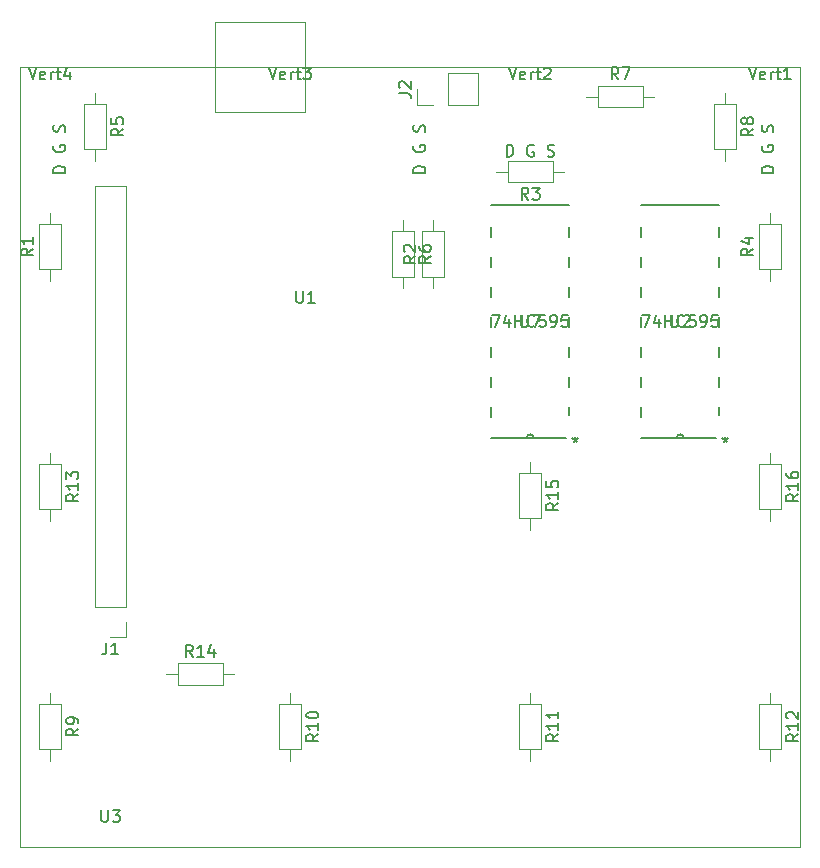
<source format=gbr>
G04 #@! TF.GenerationSoftware,KiCad,Pcbnew,5.1.5+dfsg1-2build2*
G04 #@! TF.CreationDate,2021-07-27T21:04:27-05:00*
G04 #@! TF.ProjectId,pico_cube,7069636f-5f63-4756-9265-2e6b69636164,rev?*
G04 #@! TF.SameCoordinates,Original*
G04 #@! TF.FileFunction,Legend,Top*
G04 #@! TF.FilePolarity,Positive*
%FSLAX46Y46*%
G04 Gerber Fmt 4.6, Leading zero omitted, Abs format (unit mm)*
G04 Created by KiCad (PCBNEW 5.1.5+dfsg1-2build2) date 2021-07-27 21:04:27*
%MOMM*%
%LPD*%
G04 APERTURE LIST*
%ADD10C,0.152400*%
%ADD11C,0.120000*%
%ADD12C,0.150000*%
G04 APERTURE END LIST*
D10*
X132384800Y-89852500D02*
G75*
G03X131775200Y-89852500I-304800J0D01*
G01*
X128778000Y-87198569D02*
X128778000Y-88061431D01*
X128778000Y-84658569D02*
X128778000Y-85521431D01*
X128778000Y-82118569D02*
X128778000Y-82981431D01*
X128778000Y-79578569D02*
X128778000Y-80441431D01*
X128778000Y-77038569D02*
X128778000Y-77901431D01*
X128778000Y-74498569D02*
X128778000Y-75361431D01*
X135382000Y-72821431D02*
X135382000Y-71958569D01*
X135382000Y-75361431D02*
X135382000Y-74498569D01*
X135382000Y-77901431D02*
X135382000Y-77038569D01*
X135382000Y-80441431D02*
X135382000Y-79578569D01*
X135382000Y-82981431D02*
X135382000Y-82118569D01*
X135382000Y-85521431D02*
X135382000Y-84658569D01*
X135382000Y-87919560D02*
X135382000Y-87198569D01*
X128778000Y-89852500D02*
X135108835Y-89852500D01*
X128778000Y-71958569D02*
X128778000Y-72821431D01*
X135382000Y-70167500D02*
X128778000Y-70167500D01*
D11*
X154940000Y-124460000D02*
X88900000Y-124460000D01*
X154940000Y-58420000D02*
X154940000Y-124460000D01*
X88900000Y-58420000D02*
X154940000Y-58420000D01*
X88900000Y-124460000D02*
X88900000Y-58420000D01*
D10*
X145084800Y-89852500D02*
G75*
G03X144475200Y-89852500I-304800J0D01*
G01*
X141478000Y-87198569D02*
X141478000Y-88061431D01*
X141478000Y-84658569D02*
X141478000Y-85521431D01*
X141478000Y-82118569D02*
X141478000Y-82981431D01*
X141478000Y-79578569D02*
X141478000Y-80441431D01*
X141478000Y-77038569D02*
X141478000Y-77901431D01*
X141478000Y-74498569D02*
X141478000Y-75361431D01*
X148082000Y-72821431D02*
X148082000Y-71958569D01*
X148082000Y-75361431D02*
X148082000Y-74498569D01*
X148082000Y-77901431D02*
X148082000Y-77038569D01*
X148082000Y-80441431D02*
X148082000Y-79578569D01*
X148082000Y-82981431D02*
X148082000Y-82118569D01*
X148082000Y-85521431D02*
X148082000Y-84658569D01*
X148082000Y-87919560D02*
X148082000Y-87198569D01*
X141478000Y-89852500D02*
X147808835Y-89852500D01*
X141478000Y-71958569D02*
X141478000Y-72821431D01*
X148082000Y-70167500D02*
X141478000Y-70167500D01*
D11*
X113030000Y-54610000D02*
X105410000Y-54610000D01*
X113030000Y-62230000D02*
X113030000Y-54610000D01*
X105410000Y-62230000D02*
X113030000Y-62230000D01*
X105410000Y-54610000D02*
X105410000Y-62230000D01*
X152400000Y-96850000D02*
X152400000Y-95900000D01*
X152400000Y-91110000D02*
X152400000Y-92060000D01*
X153320000Y-95900000D02*
X153320000Y-92060000D01*
X151480000Y-95900000D02*
X153320000Y-95900000D01*
X151480000Y-92060000D02*
X151480000Y-95900000D01*
X153320000Y-92060000D02*
X151480000Y-92060000D01*
X132080000Y-97612000D02*
X132080000Y-96662000D01*
X132080000Y-91872000D02*
X132080000Y-92822000D01*
X133000000Y-96662000D02*
X133000000Y-92822000D01*
X131160000Y-96662000D02*
X133000000Y-96662000D01*
X131160000Y-92822000D02*
X131160000Y-96662000D01*
X133000000Y-92822000D02*
X131160000Y-92822000D01*
X107010000Y-109855000D02*
X106060000Y-109855000D01*
X101270000Y-109855000D02*
X102220000Y-109855000D01*
X106060000Y-108935000D02*
X102220000Y-108935000D01*
X106060000Y-110775000D02*
X106060000Y-108935000D01*
X102220000Y-110775000D02*
X106060000Y-110775000D01*
X102220000Y-108935000D02*
X102220000Y-110775000D01*
X91440000Y-96850000D02*
X91440000Y-95900000D01*
X91440000Y-91110000D02*
X91440000Y-92060000D01*
X92360000Y-95900000D02*
X92360000Y-92060000D01*
X90520000Y-95900000D02*
X92360000Y-95900000D01*
X90520000Y-92060000D02*
X90520000Y-95900000D01*
X92360000Y-92060000D02*
X90520000Y-92060000D01*
X152400000Y-117170000D02*
X152400000Y-116220000D01*
X152400000Y-111430000D02*
X152400000Y-112380000D01*
X153320000Y-116220000D02*
X153320000Y-112380000D01*
X151480000Y-116220000D02*
X153320000Y-116220000D01*
X151480000Y-112380000D02*
X151480000Y-116220000D01*
X153320000Y-112380000D02*
X151480000Y-112380000D01*
X132080000Y-117170000D02*
X132080000Y-116220000D01*
X132080000Y-111430000D02*
X132080000Y-112380000D01*
X133000000Y-116220000D02*
X133000000Y-112380000D01*
X131160000Y-116220000D02*
X133000000Y-116220000D01*
X131160000Y-112380000D02*
X131160000Y-116220000D01*
X133000000Y-112380000D02*
X131160000Y-112380000D01*
X111760000Y-117170000D02*
X111760000Y-116220000D01*
X111760000Y-111430000D02*
X111760000Y-112380000D01*
X112680000Y-116220000D02*
X112680000Y-112380000D01*
X110840000Y-116220000D02*
X112680000Y-116220000D01*
X110840000Y-112380000D02*
X110840000Y-116220000D01*
X112680000Y-112380000D02*
X110840000Y-112380000D01*
X91440000Y-117170000D02*
X91440000Y-116220000D01*
X91440000Y-111430000D02*
X91440000Y-112380000D01*
X92360000Y-116220000D02*
X92360000Y-112380000D01*
X90520000Y-116220000D02*
X92360000Y-116220000D01*
X90520000Y-112380000D02*
X90520000Y-116220000D01*
X92360000Y-112380000D02*
X90520000Y-112380000D01*
X148590000Y-66370000D02*
X148590000Y-65420000D01*
X148590000Y-60630000D02*
X148590000Y-61580000D01*
X149510000Y-65420000D02*
X149510000Y-61580000D01*
X147670000Y-65420000D02*
X149510000Y-65420000D01*
X147670000Y-61580000D02*
X147670000Y-65420000D01*
X149510000Y-61580000D02*
X147670000Y-61580000D01*
X142570000Y-60960000D02*
X141620000Y-60960000D01*
X136830000Y-60960000D02*
X137780000Y-60960000D01*
X141620000Y-60040000D02*
X137780000Y-60040000D01*
X141620000Y-61880000D02*
X141620000Y-60040000D01*
X137780000Y-61880000D02*
X141620000Y-61880000D01*
X137780000Y-60040000D02*
X137780000Y-61880000D01*
X121285000Y-77165000D02*
X121285000Y-76215000D01*
X121285000Y-71425000D02*
X121285000Y-72375000D01*
X122205000Y-76215000D02*
X122205000Y-72375000D01*
X120365000Y-76215000D02*
X122205000Y-76215000D01*
X120365000Y-72375000D02*
X120365000Y-76215000D01*
X122205000Y-72375000D02*
X120365000Y-72375000D01*
X95250000Y-66370000D02*
X95250000Y-65420000D01*
X95250000Y-60630000D02*
X95250000Y-61580000D01*
X96170000Y-65420000D02*
X96170000Y-61580000D01*
X94330000Y-65420000D02*
X96170000Y-65420000D01*
X94330000Y-61580000D02*
X94330000Y-65420000D01*
X96170000Y-61580000D02*
X94330000Y-61580000D01*
X152400000Y-70790000D02*
X152400000Y-71740000D01*
X152400000Y-76530000D02*
X152400000Y-75580000D01*
X151480000Y-71740000D02*
X151480000Y-75580000D01*
X153320000Y-71740000D02*
X151480000Y-71740000D01*
X153320000Y-75580000D02*
X153320000Y-71740000D01*
X151480000Y-75580000D02*
X153320000Y-75580000D01*
X129210000Y-67310000D02*
X130160000Y-67310000D01*
X134950000Y-67310000D02*
X134000000Y-67310000D01*
X130160000Y-68230000D02*
X134000000Y-68230000D01*
X130160000Y-66390000D02*
X130160000Y-68230000D01*
X134000000Y-66390000D02*
X130160000Y-66390000D01*
X134000000Y-68230000D02*
X134000000Y-66390000D01*
X123825000Y-71425000D02*
X123825000Y-72375000D01*
X123825000Y-77165000D02*
X123825000Y-76215000D01*
X122905000Y-72375000D02*
X122905000Y-76215000D01*
X124745000Y-72375000D02*
X122905000Y-72375000D01*
X124745000Y-76215000D02*
X124745000Y-72375000D01*
X122905000Y-76215000D02*
X124745000Y-76215000D01*
X91440000Y-70790000D02*
X91440000Y-71740000D01*
X91440000Y-76530000D02*
X91440000Y-75580000D01*
X90520000Y-71740000D02*
X90520000Y-75580000D01*
X92360000Y-71740000D02*
X90520000Y-71740000D01*
X92360000Y-75580000D02*
X92360000Y-71740000D01*
X90520000Y-75580000D02*
X92360000Y-75580000D01*
X122495000Y-61655000D02*
X122495000Y-60325000D01*
X123825000Y-61655000D02*
X122495000Y-61655000D01*
X125095000Y-61655000D02*
X125095000Y-58995000D01*
X125095000Y-58995000D02*
X127695000Y-58995000D01*
X125095000Y-61655000D02*
X127695000Y-61655000D01*
X127695000Y-61655000D02*
X127695000Y-58995000D01*
X97850000Y-106740000D02*
X96520000Y-106740000D01*
X97850000Y-105410000D02*
X97850000Y-106740000D01*
X97850000Y-104140000D02*
X95190000Y-104140000D01*
X95190000Y-104140000D02*
X95190000Y-68520000D01*
X97850000Y-104140000D02*
X97850000Y-68520000D01*
X97850000Y-68520000D02*
X95190000Y-68520000D01*
D12*
X89606666Y-58507380D02*
X89940000Y-59507380D01*
X90273333Y-58507380D01*
X90987619Y-59459761D02*
X90892380Y-59507380D01*
X90701904Y-59507380D01*
X90606666Y-59459761D01*
X90559047Y-59364523D01*
X90559047Y-58983571D01*
X90606666Y-58888333D01*
X90701904Y-58840714D01*
X90892380Y-58840714D01*
X90987619Y-58888333D01*
X91035238Y-58983571D01*
X91035238Y-59078809D01*
X90559047Y-59174047D01*
X91463809Y-59507380D02*
X91463809Y-58840714D01*
X91463809Y-59031190D02*
X91511428Y-58935952D01*
X91559047Y-58888333D01*
X91654285Y-58840714D01*
X91749523Y-58840714D01*
X91940000Y-58840714D02*
X92320952Y-58840714D01*
X92082857Y-58507380D02*
X92082857Y-59364523D01*
X92130476Y-59459761D01*
X92225714Y-59507380D01*
X92320952Y-59507380D01*
X93082857Y-58840714D02*
X93082857Y-59507380D01*
X92844761Y-58459761D02*
X92606666Y-59174047D01*
X93225714Y-59174047D01*
X109926666Y-58507380D02*
X110260000Y-59507380D01*
X110593333Y-58507380D01*
X111307619Y-59459761D02*
X111212380Y-59507380D01*
X111021904Y-59507380D01*
X110926666Y-59459761D01*
X110879047Y-59364523D01*
X110879047Y-58983571D01*
X110926666Y-58888333D01*
X111021904Y-58840714D01*
X111212380Y-58840714D01*
X111307619Y-58888333D01*
X111355238Y-58983571D01*
X111355238Y-59078809D01*
X110879047Y-59174047D01*
X111783809Y-59507380D02*
X111783809Y-58840714D01*
X111783809Y-59031190D02*
X111831428Y-58935952D01*
X111879047Y-58888333D01*
X111974285Y-58840714D01*
X112069523Y-58840714D01*
X112260000Y-58840714D02*
X112640952Y-58840714D01*
X112402857Y-58507380D02*
X112402857Y-59364523D01*
X112450476Y-59459761D01*
X112545714Y-59507380D01*
X112640952Y-59507380D01*
X112879047Y-58507380D02*
X113498095Y-58507380D01*
X113164761Y-58888333D01*
X113307619Y-58888333D01*
X113402857Y-58935952D01*
X113450476Y-58983571D01*
X113498095Y-59078809D01*
X113498095Y-59316904D01*
X113450476Y-59412142D01*
X113402857Y-59459761D01*
X113307619Y-59507380D01*
X113021904Y-59507380D01*
X112926666Y-59459761D01*
X112879047Y-59412142D01*
X130246666Y-58507380D02*
X130580000Y-59507380D01*
X130913333Y-58507380D01*
X131627619Y-59459761D02*
X131532380Y-59507380D01*
X131341904Y-59507380D01*
X131246666Y-59459761D01*
X131199047Y-59364523D01*
X131199047Y-58983571D01*
X131246666Y-58888333D01*
X131341904Y-58840714D01*
X131532380Y-58840714D01*
X131627619Y-58888333D01*
X131675238Y-58983571D01*
X131675238Y-59078809D01*
X131199047Y-59174047D01*
X132103809Y-59507380D02*
X132103809Y-58840714D01*
X132103809Y-59031190D02*
X132151428Y-58935952D01*
X132199047Y-58888333D01*
X132294285Y-58840714D01*
X132389523Y-58840714D01*
X132580000Y-58840714D02*
X132960952Y-58840714D01*
X132722857Y-58507380D02*
X132722857Y-59364523D01*
X132770476Y-59459761D01*
X132865714Y-59507380D01*
X132960952Y-59507380D01*
X133246666Y-58602619D02*
X133294285Y-58555000D01*
X133389523Y-58507380D01*
X133627619Y-58507380D01*
X133722857Y-58555000D01*
X133770476Y-58602619D01*
X133818095Y-58697857D01*
X133818095Y-58793095D01*
X133770476Y-58935952D01*
X133199047Y-59507380D01*
X133818095Y-59507380D01*
X150566666Y-58507380D02*
X150900000Y-59507380D01*
X151233333Y-58507380D01*
X151947619Y-59459761D02*
X151852380Y-59507380D01*
X151661904Y-59507380D01*
X151566666Y-59459761D01*
X151519047Y-59364523D01*
X151519047Y-58983571D01*
X151566666Y-58888333D01*
X151661904Y-58840714D01*
X151852380Y-58840714D01*
X151947619Y-58888333D01*
X151995238Y-58983571D01*
X151995238Y-59078809D01*
X151519047Y-59174047D01*
X152423809Y-59507380D02*
X152423809Y-58840714D01*
X152423809Y-59031190D02*
X152471428Y-58935952D01*
X152519047Y-58888333D01*
X152614285Y-58840714D01*
X152709523Y-58840714D01*
X152900000Y-58840714D02*
X153280952Y-58840714D01*
X153042857Y-58507380D02*
X153042857Y-59364523D01*
X153090476Y-59459761D01*
X153185714Y-59507380D01*
X153280952Y-59507380D01*
X154138095Y-59507380D02*
X153566666Y-59507380D01*
X153852380Y-59507380D02*
X153852380Y-58507380D01*
X153757142Y-58650238D01*
X153661904Y-58745476D01*
X153566666Y-58793095D01*
X131318095Y-79462380D02*
X131318095Y-80271904D01*
X131365714Y-80367142D01*
X131413333Y-80414761D01*
X131508571Y-80462380D01*
X131699047Y-80462380D01*
X131794285Y-80414761D01*
X131841904Y-80367142D01*
X131889523Y-80271904D01*
X131889523Y-79462380D01*
X132270476Y-79462380D02*
X132937142Y-79462380D01*
X132508571Y-80462380D01*
X128818095Y-79462380D02*
X129484761Y-79462380D01*
X129056190Y-80462380D01*
X130294285Y-79795714D02*
X130294285Y-80462380D01*
X130056190Y-79414761D02*
X129818095Y-80129047D01*
X130437142Y-80129047D01*
X130818095Y-80462380D02*
X130818095Y-79462380D01*
X130818095Y-79938571D02*
X131389523Y-79938571D01*
X131389523Y-80462380D02*
X131389523Y-79462380D01*
X132437142Y-80367142D02*
X132389523Y-80414761D01*
X132246666Y-80462380D01*
X132151428Y-80462380D01*
X132008571Y-80414761D01*
X131913333Y-80319523D01*
X131865714Y-80224285D01*
X131818095Y-80033809D01*
X131818095Y-79890952D01*
X131865714Y-79700476D01*
X131913333Y-79605238D01*
X132008571Y-79510000D01*
X132151428Y-79462380D01*
X132246666Y-79462380D01*
X132389523Y-79510000D01*
X132437142Y-79557619D01*
X133341904Y-79462380D02*
X132865714Y-79462380D01*
X132818095Y-79938571D01*
X132865714Y-79890952D01*
X132960952Y-79843333D01*
X133199047Y-79843333D01*
X133294285Y-79890952D01*
X133341904Y-79938571D01*
X133389523Y-80033809D01*
X133389523Y-80271904D01*
X133341904Y-80367142D01*
X133294285Y-80414761D01*
X133199047Y-80462380D01*
X132960952Y-80462380D01*
X132865714Y-80414761D01*
X132818095Y-80367142D01*
X133865714Y-80462380D02*
X134056190Y-80462380D01*
X134151428Y-80414761D01*
X134199047Y-80367142D01*
X134294285Y-80224285D01*
X134341904Y-80033809D01*
X134341904Y-79652857D01*
X134294285Y-79557619D01*
X134246666Y-79510000D01*
X134151428Y-79462380D01*
X133960952Y-79462380D01*
X133865714Y-79510000D01*
X133818095Y-79557619D01*
X133770476Y-79652857D01*
X133770476Y-79890952D01*
X133818095Y-79986190D01*
X133865714Y-80033809D01*
X133960952Y-80081428D01*
X134151428Y-80081428D01*
X134246666Y-80033809D01*
X134294285Y-79986190D01*
X134341904Y-79890952D01*
X135246666Y-79462380D02*
X134770476Y-79462380D01*
X134722857Y-79938571D01*
X134770476Y-79890952D01*
X134865714Y-79843333D01*
X135103809Y-79843333D01*
X135199047Y-79890952D01*
X135246666Y-79938571D01*
X135294285Y-80033809D01*
X135294285Y-80271904D01*
X135246666Y-80367142D01*
X135199047Y-80414761D01*
X135103809Y-80462380D01*
X134865714Y-80462380D01*
X134770476Y-80414761D01*
X134722857Y-80367142D01*
X135890000Y-89762080D02*
X135890000Y-90000176D01*
X135651904Y-89904938D02*
X135890000Y-90000176D01*
X136128095Y-89904938D01*
X135747142Y-90190652D02*
X135890000Y-90000176D01*
X136032857Y-90190652D01*
X135890000Y-89762080D02*
X135890000Y-90000176D01*
X135651904Y-89904938D02*
X135890000Y-90000176D01*
X136128095Y-89904938D01*
X135747142Y-90190652D02*
X135890000Y-90000176D01*
X136032857Y-90190652D01*
X95758095Y-121372380D02*
X95758095Y-122181904D01*
X95805714Y-122277142D01*
X95853333Y-122324761D01*
X95948571Y-122372380D01*
X96139047Y-122372380D01*
X96234285Y-122324761D01*
X96281904Y-122277142D01*
X96329523Y-122181904D01*
X96329523Y-121372380D01*
X96710476Y-121372380D02*
X97329523Y-121372380D01*
X96996190Y-121753333D01*
X97139047Y-121753333D01*
X97234285Y-121800952D01*
X97281904Y-121848571D01*
X97329523Y-121943809D01*
X97329523Y-122181904D01*
X97281904Y-122277142D01*
X97234285Y-122324761D01*
X97139047Y-122372380D01*
X96853333Y-122372380D01*
X96758095Y-122324761D01*
X96710476Y-122277142D01*
X144018095Y-79462380D02*
X144018095Y-80271904D01*
X144065714Y-80367142D01*
X144113333Y-80414761D01*
X144208571Y-80462380D01*
X144399047Y-80462380D01*
X144494285Y-80414761D01*
X144541904Y-80367142D01*
X144589523Y-80271904D01*
X144589523Y-79462380D01*
X145018095Y-79557619D02*
X145065714Y-79510000D01*
X145160952Y-79462380D01*
X145399047Y-79462380D01*
X145494285Y-79510000D01*
X145541904Y-79557619D01*
X145589523Y-79652857D01*
X145589523Y-79748095D01*
X145541904Y-79890952D01*
X144970476Y-80462380D01*
X145589523Y-80462380D01*
X141518095Y-79462380D02*
X142184761Y-79462380D01*
X141756190Y-80462380D01*
X142994285Y-79795714D02*
X142994285Y-80462380D01*
X142756190Y-79414761D02*
X142518095Y-80129047D01*
X143137142Y-80129047D01*
X143518095Y-80462380D02*
X143518095Y-79462380D01*
X143518095Y-79938571D02*
X144089523Y-79938571D01*
X144089523Y-80462380D02*
X144089523Y-79462380D01*
X145137142Y-80367142D02*
X145089523Y-80414761D01*
X144946666Y-80462380D01*
X144851428Y-80462380D01*
X144708571Y-80414761D01*
X144613333Y-80319523D01*
X144565714Y-80224285D01*
X144518095Y-80033809D01*
X144518095Y-79890952D01*
X144565714Y-79700476D01*
X144613333Y-79605238D01*
X144708571Y-79510000D01*
X144851428Y-79462380D01*
X144946666Y-79462380D01*
X145089523Y-79510000D01*
X145137142Y-79557619D01*
X146041904Y-79462380D02*
X145565714Y-79462380D01*
X145518095Y-79938571D01*
X145565714Y-79890952D01*
X145660952Y-79843333D01*
X145899047Y-79843333D01*
X145994285Y-79890952D01*
X146041904Y-79938571D01*
X146089523Y-80033809D01*
X146089523Y-80271904D01*
X146041904Y-80367142D01*
X145994285Y-80414761D01*
X145899047Y-80462380D01*
X145660952Y-80462380D01*
X145565714Y-80414761D01*
X145518095Y-80367142D01*
X146565714Y-80462380D02*
X146756190Y-80462380D01*
X146851428Y-80414761D01*
X146899047Y-80367142D01*
X146994285Y-80224285D01*
X147041904Y-80033809D01*
X147041904Y-79652857D01*
X146994285Y-79557619D01*
X146946666Y-79510000D01*
X146851428Y-79462380D01*
X146660952Y-79462380D01*
X146565714Y-79510000D01*
X146518095Y-79557619D01*
X146470476Y-79652857D01*
X146470476Y-79890952D01*
X146518095Y-79986190D01*
X146565714Y-80033809D01*
X146660952Y-80081428D01*
X146851428Y-80081428D01*
X146946666Y-80033809D01*
X146994285Y-79986190D01*
X147041904Y-79890952D01*
X147946666Y-79462380D02*
X147470476Y-79462380D01*
X147422857Y-79938571D01*
X147470476Y-79890952D01*
X147565714Y-79843333D01*
X147803809Y-79843333D01*
X147899047Y-79890952D01*
X147946666Y-79938571D01*
X147994285Y-80033809D01*
X147994285Y-80271904D01*
X147946666Y-80367142D01*
X147899047Y-80414761D01*
X147803809Y-80462380D01*
X147565714Y-80462380D01*
X147470476Y-80414761D01*
X147422857Y-80367142D01*
X148590000Y-89762080D02*
X148590000Y-90000176D01*
X148351904Y-89904938D02*
X148590000Y-90000176D01*
X148828095Y-89904938D01*
X148447142Y-90190652D02*
X148590000Y-90000176D01*
X148732857Y-90190652D01*
X148590000Y-89762080D02*
X148590000Y-90000176D01*
X148351904Y-89904938D02*
X148590000Y-90000176D01*
X148828095Y-89904938D01*
X148447142Y-90190652D02*
X148590000Y-90000176D01*
X148732857Y-90190652D01*
X112268095Y-77422380D02*
X112268095Y-78231904D01*
X112315714Y-78327142D01*
X112363333Y-78374761D01*
X112458571Y-78422380D01*
X112649047Y-78422380D01*
X112744285Y-78374761D01*
X112791904Y-78327142D01*
X112839523Y-78231904D01*
X112839523Y-77422380D01*
X113839523Y-78422380D02*
X113268095Y-78422380D01*
X113553809Y-78422380D02*
X113553809Y-77422380D01*
X113458571Y-77565238D01*
X113363333Y-77660476D01*
X113268095Y-77708095D01*
X154772380Y-94622857D02*
X154296190Y-94956190D01*
X154772380Y-95194285D02*
X153772380Y-95194285D01*
X153772380Y-94813333D01*
X153820000Y-94718095D01*
X153867619Y-94670476D01*
X153962857Y-94622857D01*
X154105714Y-94622857D01*
X154200952Y-94670476D01*
X154248571Y-94718095D01*
X154296190Y-94813333D01*
X154296190Y-95194285D01*
X154772380Y-93670476D02*
X154772380Y-94241904D01*
X154772380Y-93956190D02*
X153772380Y-93956190D01*
X153915238Y-94051428D01*
X154010476Y-94146666D01*
X154058095Y-94241904D01*
X153772380Y-92813333D02*
X153772380Y-93003809D01*
X153820000Y-93099047D01*
X153867619Y-93146666D01*
X154010476Y-93241904D01*
X154200952Y-93289523D01*
X154581904Y-93289523D01*
X154677142Y-93241904D01*
X154724761Y-93194285D01*
X154772380Y-93099047D01*
X154772380Y-92908571D01*
X154724761Y-92813333D01*
X154677142Y-92765714D01*
X154581904Y-92718095D01*
X154343809Y-92718095D01*
X154248571Y-92765714D01*
X154200952Y-92813333D01*
X154153333Y-92908571D01*
X154153333Y-93099047D01*
X154200952Y-93194285D01*
X154248571Y-93241904D01*
X154343809Y-93289523D01*
X134452380Y-95384857D02*
X133976190Y-95718190D01*
X134452380Y-95956285D02*
X133452380Y-95956285D01*
X133452380Y-95575333D01*
X133500000Y-95480095D01*
X133547619Y-95432476D01*
X133642857Y-95384857D01*
X133785714Y-95384857D01*
X133880952Y-95432476D01*
X133928571Y-95480095D01*
X133976190Y-95575333D01*
X133976190Y-95956285D01*
X134452380Y-94432476D02*
X134452380Y-95003904D01*
X134452380Y-94718190D02*
X133452380Y-94718190D01*
X133595238Y-94813428D01*
X133690476Y-94908666D01*
X133738095Y-95003904D01*
X133452380Y-93527714D02*
X133452380Y-94003904D01*
X133928571Y-94051523D01*
X133880952Y-94003904D01*
X133833333Y-93908666D01*
X133833333Y-93670571D01*
X133880952Y-93575333D01*
X133928571Y-93527714D01*
X134023809Y-93480095D01*
X134261904Y-93480095D01*
X134357142Y-93527714D01*
X134404761Y-93575333D01*
X134452380Y-93670571D01*
X134452380Y-93908666D01*
X134404761Y-94003904D01*
X134357142Y-94051523D01*
X103497142Y-108387380D02*
X103163809Y-107911190D01*
X102925714Y-108387380D02*
X102925714Y-107387380D01*
X103306666Y-107387380D01*
X103401904Y-107435000D01*
X103449523Y-107482619D01*
X103497142Y-107577857D01*
X103497142Y-107720714D01*
X103449523Y-107815952D01*
X103401904Y-107863571D01*
X103306666Y-107911190D01*
X102925714Y-107911190D01*
X104449523Y-108387380D02*
X103878095Y-108387380D01*
X104163809Y-108387380D02*
X104163809Y-107387380D01*
X104068571Y-107530238D01*
X103973333Y-107625476D01*
X103878095Y-107673095D01*
X105306666Y-107720714D02*
X105306666Y-108387380D01*
X105068571Y-107339761D02*
X104830476Y-108054047D01*
X105449523Y-108054047D01*
X93812380Y-94622857D02*
X93336190Y-94956190D01*
X93812380Y-95194285D02*
X92812380Y-95194285D01*
X92812380Y-94813333D01*
X92860000Y-94718095D01*
X92907619Y-94670476D01*
X93002857Y-94622857D01*
X93145714Y-94622857D01*
X93240952Y-94670476D01*
X93288571Y-94718095D01*
X93336190Y-94813333D01*
X93336190Y-95194285D01*
X93812380Y-93670476D02*
X93812380Y-94241904D01*
X93812380Y-93956190D02*
X92812380Y-93956190D01*
X92955238Y-94051428D01*
X93050476Y-94146666D01*
X93098095Y-94241904D01*
X92812380Y-93337142D02*
X92812380Y-92718095D01*
X93193333Y-93051428D01*
X93193333Y-92908571D01*
X93240952Y-92813333D01*
X93288571Y-92765714D01*
X93383809Y-92718095D01*
X93621904Y-92718095D01*
X93717142Y-92765714D01*
X93764761Y-92813333D01*
X93812380Y-92908571D01*
X93812380Y-93194285D01*
X93764761Y-93289523D01*
X93717142Y-93337142D01*
X154772380Y-114942857D02*
X154296190Y-115276190D01*
X154772380Y-115514285D02*
X153772380Y-115514285D01*
X153772380Y-115133333D01*
X153820000Y-115038095D01*
X153867619Y-114990476D01*
X153962857Y-114942857D01*
X154105714Y-114942857D01*
X154200952Y-114990476D01*
X154248571Y-115038095D01*
X154296190Y-115133333D01*
X154296190Y-115514285D01*
X154772380Y-113990476D02*
X154772380Y-114561904D01*
X154772380Y-114276190D02*
X153772380Y-114276190D01*
X153915238Y-114371428D01*
X154010476Y-114466666D01*
X154058095Y-114561904D01*
X153867619Y-113609523D02*
X153820000Y-113561904D01*
X153772380Y-113466666D01*
X153772380Y-113228571D01*
X153820000Y-113133333D01*
X153867619Y-113085714D01*
X153962857Y-113038095D01*
X154058095Y-113038095D01*
X154200952Y-113085714D01*
X154772380Y-113657142D01*
X154772380Y-113038095D01*
X134452380Y-114942857D02*
X133976190Y-115276190D01*
X134452380Y-115514285D02*
X133452380Y-115514285D01*
X133452380Y-115133333D01*
X133500000Y-115038095D01*
X133547619Y-114990476D01*
X133642857Y-114942857D01*
X133785714Y-114942857D01*
X133880952Y-114990476D01*
X133928571Y-115038095D01*
X133976190Y-115133333D01*
X133976190Y-115514285D01*
X134452380Y-113990476D02*
X134452380Y-114561904D01*
X134452380Y-114276190D02*
X133452380Y-114276190D01*
X133595238Y-114371428D01*
X133690476Y-114466666D01*
X133738095Y-114561904D01*
X134452380Y-113038095D02*
X134452380Y-113609523D01*
X134452380Y-113323809D02*
X133452380Y-113323809D01*
X133595238Y-113419047D01*
X133690476Y-113514285D01*
X133738095Y-113609523D01*
X114132380Y-114942857D02*
X113656190Y-115276190D01*
X114132380Y-115514285D02*
X113132380Y-115514285D01*
X113132380Y-115133333D01*
X113180000Y-115038095D01*
X113227619Y-114990476D01*
X113322857Y-114942857D01*
X113465714Y-114942857D01*
X113560952Y-114990476D01*
X113608571Y-115038095D01*
X113656190Y-115133333D01*
X113656190Y-115514285D01*
X114132380Y-113990476D02*
X114132380Y-114561904D01*
X114132380Y-114276190D02*
X113132380Y-114276190D01*
X113275238Y-114371428D01*
X113370476Y-114466666D01*
X113418095Y-114561904D01*
X113132380Y-113371428D02*
X113132380Y-113276190D01*
X113180000Y-113180952D01*
X113227619Y-113133333D01*
X113322857Y-113085714D01*
X113513333Y-113038095D01*
X113751428Y-113038095D01*
X113941904Y-113085714D01*
X114037142Y-113133333D01*
X114084761Y-113180952D01*
X114132380Y-113276190D01*
X114132380Y-113371428D01*
X114084761Y-113466666D01*
X114037142Y-113514285D01*
X113941904Y-113561904D01*
X113751428Y-113609523D01*
X113513333Y-113609523D01*
X113322857Y-113561904D01*
X113227619Y-113514285D01*
X113180000Y-113466666D01*
X113132380Y-113371428D01*
X93812380Y-114466666D02*
X93336190Y-114800000D01*
X93812380Y-115038095D02*
X92812380Y-115038095D01*
X92812380Y-114657142D01*
X92860000Y-114561904D01*
X92907619Y-114514285D01*
X93002857Y-114466666D01*
X93145714Y-114466666D01*
X93240952Y-114514285D01*
X93288571Y-114561904D01*
X93336190Y-114657142D01*
X93336190Y-115038095D01*
X93812380Y-113990476D02*
X93812380Y-113800000D01*
X93764761Y-113704761D01*
X93717142Y-113657142D01*
X93574285Y-113561904D01*
X93383809Y-113514285D01*
X93002857Y-113514285D01*
X92907619Y-113561904D01*
X92860000Y-113609523D01*
X92812380Y-113704761D01*
X92812380Y-113895238D01*
X92860000Y-113990476D01*
X92907619Y-114038095D01*
X93002857Y-114085714D01*
X93240952Y-114085714D01*
X93336190Y-114038095D01*
X93383809Y-113990476D01*
X93431428Y-113895238D01*
X93431428Y-113704761D01*
X93383809Y-113609523D01*
X93336190Y-113561904D01*
X93240952Y-113514285D01*
X150962380Y-63666666D02*
X150486190Y-64000000D01*
X150962380Y-64238095D02*
X149962380Y-64238095D01*
X149962380Y-63857142D01*
X150010000Y-63761904D01*
X150057619Y-63714285D01*
X150152857Y-63666666D01*
X150295714Y-63666666D01*
X150390952Y-63714285D01*
X150438571Y-63761904D01*
X150486190Y-63857142D01*
X150486190Y-64238095D01*
X150390952Y-63095238D02*
X150343333Y-63190476D01*
X150295714Y-63238095D01*
X150200476Y-63285714D01*
X150152857Y-63285714D01*
X150057619Y-63238095D01*
X150010000Y-63190476D01*
X149962380Y-63095238D01*
X149962380Y-62904761D01*
X150010000Y-62809523D01*
X150057619Y-62761904D01*
X150152857Y-62714285D01*
X150200476Y-62714285D01*
X150295714Y-62761904D01*
X150343333Y-62809523D01*
X150390952Y-62904761D01*
X150390952Y-63095238D01*
X150438571Y-63190476D01*
X150486190Y-63238095D01*
X150581428Y-63285714D01*
X150771904Y-63285714D01*
X150867142Y-63238095D01*
X150914761Y-63190476D01*
X150962380Y-63095238D01*
X150962380Y-62904761D01*
X150914761Y-62809523D01*
X150867142Y-62761904D01*
X150771904Y-62714285D01*
X150581428Y-62714285D01*
X150486190Y-62761904D01*
X150438571Y-62809523D01*
X150390952Y-62904761D01*
X139533333Y-59492380D02*
X139200000Y-59016190D01*
X138961904Y-59492380D02*
X138961904Y-58492380D01*
X139342857Y-58492380D01*
X139438095Y-58540000D01*
X139485714Y-58587619D01*
X139533333Y-58682857D01*
X139533333Y-58825714D01*
X139485714Y-58920952D01*
X139438095Y-58968571D01*
X139342857Y-59016190D01*
X138961904Y-59016190D01*
X139866666Y-58492380D02*
X140533333Y-58492380D01*
X140104761Y-59492380D01*
X123657380Y-74461666D02*
X123181190Y-74795000D01*
X123657380Y-75033095D02*
X122657380Y-75033095D01*
X122657380Y-74652142D01*
X122705000Y-74556904D01*
X122752619Y-74509285D01*
X122847857Y-74461666D01*
X122990714Y-74461666D01*
X123085952Y-74509285D01*
X123133571Y-74556904D01*
X123181190Y-74652142D01*
X123181190Y-75033095D01*
X122657380Y-73604523D02*
X122657380Y-73795000D01*
X122705000Y-73890238D01*
X122752619Y-73937857D01*
X122895476Y-74033095D01*
X123085952Y-74080714D01*
X123466904Y-74080714D01*
X123562142Y-74033095D01*
X123609761Y-73985476D01*
X123657380Y-73890238D01*
X123657380Y-73699761D01*
X123609761Y-73604523D01*
X123562142Y-73556904D01*
X123466904Y-73509285D01*
X123228809Y-73509285D01*
X123133571Y-73556904D01*
X123085952Y-73604523D01*
X123038333Y-73699761D01*
X123038333Y-73890238D01*
X123085952Y-73985476D01*
X123133571Y-74033095D01*
X123228809Y-74080714D01*
X97622380Y-63666666D02*
X97146190Y-64000000D01*
X97622380Y-64238095D02*
X96622380Y-64238095D01*
X96622380Y-63857142D01*
X96670000Y-63761904D01*
X96717619Y-63714285D01*
X96812857Y-63666666D01*
X96955714Y-63666666D01*
X97050952Y-63714285D01*
X97098571Y-63761904D01*
X97146190Y-63857142D01*
X97146190Y-64238095D01*
X96622380Y-62761904D02*
X96622380Y-63238095D01*
X97098571Y-63285714D01*
X97050952Y-63238095D01*
X97003333Y-63142857D01*
X97003333Y-62904761D01*
X97050952Y-62809523D01*
X97098571Y-62761904D01*
X97193809Y-62714285D01*
X97431904Y-62714285D01*
X97527142Y-62761904D01*
X97574761Y-62809523D01*
X97622380Y-62904761D01*
X97622380Y-63142857D01*
X97574761Y-63238095D01*
X97527142Y-63285714D01*
X150932380Y-73826666D02*
X150456190Y-74160000D01*
X150932380Y-74398095D02*
X149932380Y-74398095D01*
X149932380Y-74017142D01*
X149980000Y-73921904D01*
X150027619Y-73874285D01*
X150122857Y-73826666D01*
X150265714Y-73826666D01*
X150360952Y-73874285D01*
X150408571Y-73921904D01*
X150456190Y-74017142D01*
X150456190Y-74398095D01*
X150265714Y-72969523D02*
X150932380Y-72969523D01*
X149884761Y-73207619D02*
X150599047Y-73445714D01*
X150599047Y-72826666D01*
X131913333Y-69682380D02*
X131580000Y-69206190D01*
X131341904Y-69682380D02*
X131341904Y-68682380D01*
X131722857Y-68682380D01*
X131818095Y-68730000D01*
X131865714Y-68777619D01*
X131913333Y-68872857D01*
X131913333Y-69015714D01*
X131865714Y-69110952D01*
X131818095Y-69158571D01*
X131722857Y-69206190D01*
X131341904Y-69206190D01*
X132246666Y-68682380D02*
X132865714Y-68682380D01*
X132532380Y-69063333D01*
X132675238Y-69063333D01*
X132770476Y-69110952D01*
X132818095Y-69158571D01*
X132865714Y-69253809D01*
X132865714Y-69491904D01*
X132818095Y-69587142D01*
X132770476Y-69634761D01*
X132675238Y-69682380D01*
X132389523Y-69682380D01*
X132294285Y-69634761D01*
X132246666Y-69587142D01*
X122357380Y-74461666D02*
X121881190Y-74795000D01*
X122357380Y-75033095D02*
X121357380Y-75033095D01*
X121357380Y-74652142D01*
X121405000Y-74556904D01*
X121452619Y-74509285D01*
X121547857Y-74461666D01*
X121690714Y-74461666D01*
X121785952Y-74509285D01*
X121833571Y-74556904D01*
X121881190Y-74652142D01*
X121881190Y-75033095D01*
X121452619Y-74080714D02*
X121405000Y-74033095D01*
X121357380Y-73937857D01*
X121357380Y-73699761D01*
X121405000Y-73604523D01*
X121452619Y-73556904D01*
X121547857Y-73509285D01*
X121643095Y-73509285D01*
X121785952Y-73556904D01*
X122357380Y-74128333D01*
X122357380Y-73509285D01*
X89972380Y-73826666D02*
X89496190Y-74160000D01*
X89972380Y-74398095D02*
X88972380Y-74398095D01*
X88972380Y-74017142D01*
X89020000Y-73921904D01*
X89067619Y-73874285D01*
X89162857Y-73826666D01*
X89305714Y-73826666D01*
X89400952Y-73874285D01*
X89448571Y-73921904D01*
X89496190Y-74017142D01*
X89496190Y-74398095D01*
X89972380Y-72874285D02*
X89972380Y-73445714D01*
X89972380Y-73160000D02*
X88972380Y-73160000D01*
X89115238Y-73255238D01*
X89210476Y-73350476D01*
X89258095Y-73445714D01*
X120947380Y-60658333D02*
X121661666Y-60658333D01*
X121804523Y-60705952D01*
X121899761Y-60801190D01*
X121947380Y-60944047D01*
X121947380Y-61039285D01*
X121042619Y-60229761D02*
X120995000Y-60182142D01*
X120947380Y-60086904D01*
X120947380Y-59848809D01*
X120995000Y-59753571D01*
X121042619Y-59705952D01*
X121137857Y-59658333D01*
X121233095Y-59658333D01*
X121375952Y-59705952D01*
X121947380Y-60277380D01*
X121947380Y-59658333D01*
X96186666Y-107192380D02*
X96186666Y-107906666D01*
X96139047Y-108049523D01*
X96043809Y-108144761D01*
X95900952Y-108192380D01*
X95805714Y-108192380D01*
X97186666Y-108192380D02*
X96615238Y-108192380D01*
X96900952Y-108192380D02*
X96900952Y-107192380D01*
X96805714Y-107335238D01*
X96710476Y-107430476D01*
X96615238Y-107478095D01*
X92705180Y-67405000D02*
X91705180Y-67405000D01*
X91705180Y-67166904D01*
X91752800Y-67024047D01*
X91848038Y-66928809D01*
X91943276Y-66881190D01*
X92133752Y-66833571D01*
X92276609Y-66833571D01*
X92467085Y-66881190D01*
X92562323Y-66928809D01*
X92657561Y-67024047D01*
X92705180Y-67166904D01*
X92705180Y-67405000D01*
X91752800Y-65119285D02*
X91705180Y-65214523D01*
X91705180Y-65357380D01*
X91752800Y-65500238D01*
X91848038Y-65595476D01*
X91943276Y-65643095D01*
X92133752Y-65690714D01*
X92276609Y-65690714D01*
X92467085Y-65643095D01*
X92562323Y-65595476D01*
X92657561Y-65500238D01*
X92705180Y-65357380D01*
X92705180Y-65262142D01*
X92657561Y-65119285D01*
X92609942Y-65071666D01*
X92276609Y-65071666D01*
X92276609Y-65262142D01*
X92657561Y-63928809D02*
X92705180Y-63785952D01*
X92705180Y-63547857D01*
X92657561Y-63452619D01*
X92609942Y-63405000D01*
X92514704Y-63357380D01*
X92419466Y-63357380D01*
X92324228Y-63405000D01*
X92276609Y-63452619D01*
X92228990Y-63547857D01*
X92181371Y-63738333D01*
X92133752Y-63833571D01*
X92086133Y-63881190D01*
X91990895Y-63928809D01*
X91895657Y-63928809D01*
X91800419Y-63881190D01*
X91752800Y-63833571D01*
X91705180Y-63738333D01*
X91705180Y-63500238D01*
X91752800Y-63357380D01*
X123185180Y-67405000D02*
X122185180Y-67405000D01*
X122185180Y-67166904D01*
X122232800Y-67024047D01*
X122328038Y-66928809D01*
X122423276Y-66881190D01*
X122613752Y-66833571D01*
X122756609Y-66833571D01*
X122947085Y-66881190D01*
X123042323Y-66928809D01*
X123137561Y-67024047D01*
X123185180Y-67166904D01*
X123185180Y-67405000D01*
X122232800Y-65119285D02*
X122185180Y-65214523D01*
X122185180Y-65357380D01*
X122232800Y-65500238D01*
X122328038Y-65595476D01*
X122423276Y-65643095D01*
X122613752Y-65690714D01*
X122756609Y-65690714D01*
X122947085Y-65643095D01*
X123042323Y-65595476D01*
X123137561Y-65500238D01*
X123185180Y-65357380D01*
X123185180Y-65262142D01*
X123137561Y-65119285D01*
X123089942Y-65071666D01*
X122756609Y-65071666D01*
X122756609Y-65262142D01*
X123137561Y-63928809D02*
X123185180Y-63785952D01*
X123185180Y-63547857D01*
X123137561Y-63452619D01*
X123089942Y-63405000D01*
X122994704Y-63357380D01*
X122899466Y-63357380D01*
X122804228Y-63405000D01*
X122756609Y-63452619D01*
X122708990Y-63547857D01*
X122661371Y-63738333D01*
X122613752Y-63833571D01*
X122566133Y-63881190D01*
X122470895Y-63928809D01*
X122375657Y-63928809D01*
X122280419Y-63881190D01*
X122232800Y-63833571D01*
X122185180Y-63738333D01*
X122185180Y-63500238D01*
X122232800Y-63357380D01*
X130080000Y-66035180D02*
X130080000Y-65035180D01*
X130318095Y-65035180D01*
X130460952Y-65082800D01*
X130556190Y-65178038D01*
X130603809Y-65273276D01*
X130651428Y-65463752D01*
X130651428Y-65606609D01*
X130603809Y-65797085D01*
X130556190Y-65892323D01*
X130460952Y-65987561D01*
X130318095Y-66035180D01*
X130080000Y-66035180D01*
X132365714Y-65082800D02*
X132270476Y-65035180D01*
X132127619Y-65035180D01*
X131984761Y-65082800D01*
X131889523Y-65178038D01*
X131841904Y-65273276D01*
X131794285Y-65463752D01*
X131794285Y-65606609D01*
X131841904Y-65797085D01*
X131889523Y-65892323D01*
X131984761Y-65987561D01*
X132127619Y-66035180D01*
X132222857Y-66035180D01*
X132365714Y-65987561D01*
X132413333Y-65939942D01*
X132413333Y-65606609D01*
X132222857Y-65606609D01*
X133556190Y-65987561D02*
X133699047Y-66035180D01*
X133937142Y-66035180D01*
X134032380Y-65987561D01*
X134080000Y-65939942D01*
X134127619Y-65844704D01*
X134127619Y-65749466D01*
X134080000Y-65654228D01*
X134032380Y-65606609D01*
X133937142Y-65558990D01*
X133746666Y-65511371D01*
X133651428Y-65463752D01*
X133603809Y-65416133D01*
X133556190Y-65320895D01*
X133556190Y-65225657D01*
X133603809Y-65130419D01*
X133651428Y-65082800D01*
X133746666Y-65035180D01*
X133984761Y-65035180D01*
X134127619Y-65082800D01*
X152674580Y-67405000D02*
X151674580Y-67405000D01*
X151674580Y-67166904D01*
X151722200Y-67024047D01*
X151817438Y-66928809D01*
X151912676Y-66881190D01*
X152103152Y-66833571D01*
X152246009Y-66833571D01*
X152436485Y-66881190D01*
X152531723Y-66928809D01*
X152626961Y-67024047D01*
X152674580Y-67166904D01*
X152674580Y-67405000D01*
X151722200Y-65119285D02*
X151674580Y-65214523D01*
X151674580Y-65357380D01*
X151722200Y-65500238D01*
X151817438Y-65595476D01*
X151912676Y-65643095D01*
X152103152Y-65690714D01*
X152246009Y-65690714D01*
X152436485Y-65643095D01*
X152531723Y-65595476D01*
X152626961Y-65500238D01*
X152674580Y-65357380D01*
X152674580Y-65262142D01*
X152626961Y-65119285D01*
X152579342Y-65071666D01*
X152246009Y-65071666D01*
X152246009Y-65262142D01*
X152626961Y-63928809D02*
X152674580Y-63785952D01*
X152674580Y-63547857D01*
X152626961Y-63452619D01*
X152579342Y-63405000D01*
X152484104Y-63357380D01*
X152388866Y-63357380D01*
X152293628Y-63405000D01*
X152246009Y-63452619D01*
X152198390Y-63547857D01*
X152150771Y-63738333D01*
X152103152Y-63833571D01*
X152055533Y-63881190D01*
X151960295Y-63928809D01*
X151865057Y-63928809D01*
X151769819Y-63881190D01*
X151722200Y-63833571D01*
X151674580Y-63738333D01*
X151674580Y-63500238D01*
X151722200Y-63357380D01*
M02*

</source>
